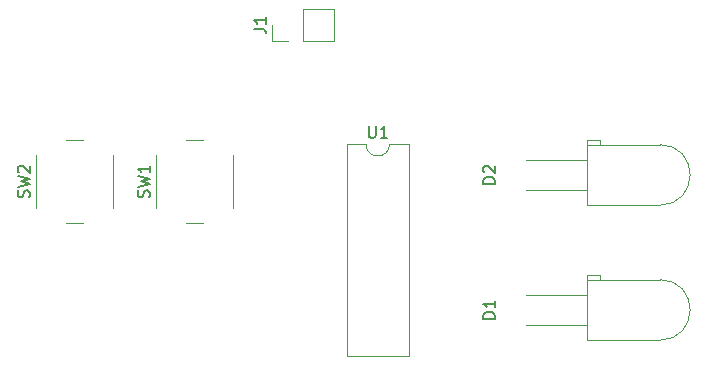
<source format=gbr>
G04 #@! TF.FileFunction,Legend,Top*
%FSLAX46Y46*%
G04 Gerber Fmt 4.6, Leading zero omitted, Abs format (unit mm)*
G04 Created by KiCad (PCBNEW 4.0.7) date 02/04/19 22:31:31*
%MOMM*%
%LPD*%
G01*
G04 APERTURE LIST*
%ADD10C,0.100000*%
%ADD11C,0.120000*%
%ADD12C,0.150000*%
G04 APERTURE END LIST*
D10*
D11*
X205490000Y-99040000D02*
G75*
G02X205490000Y-104160000I0J-2560000D01*
G01*
X199330000Y-104160000D02*
X205490000Y-104160000D01*
X199330000Y-99040000D02*
X205490000Y-99040000D01*
X199330000Y-104160000D02*
X199330000Y-99040000D01*
X199330000Y-98640000D02*
X200450000Y-98640000D01*
X200450000Y-98640000D02*
X200450000Y-99040000D01*
X200450000Y-99040000D02*
X199330000Y-99040000D01*
X199330000Y-99040000D02*
X199330000Y-98640000D01*
X194120000Y-102870000D02*
X199330000Y-102870000D01*
X199330000Y-102870000D02*
X199330000Y-102870000D01*
X199330000Y-102870000D02*
X194120000Y-102870000D01*
X194120000Y-102870000D02*
X194120000Y-102870000D01*
X194120000Y-100330000D02*
X199330000Y-100330000D01*
X199330000Y-100330000D02*
X199330000Y-100330000D01*
X199330000Y-100330000D02*
X194120000Y-100330000D01*
X194120000Y-100330000D02*
X194120000Y-100330000D01*
X205490000Y-87610000D02*
G75*
G02X205490000Y-92730000I0J-2560000D01*
G01*
X199330000Y-92730000D02*
X205490000Y-92730000D01*
X199330000Y-87610000D02*
X205490000Y-87610000D01*
X199330000Y-92730000D02*
X199330000Y-87610000D01*
X199330000Y-87210000D02*
X200450000Y-87210000D01*
X200450000Y-87210000D02*
X200450000Y-87610000D01*
X200450000Y-87610000D02*
X199330000Y-87610000D01*
X199330000Y-87610000D02*
X199330000Y-87210000D01*
X194120000Y-91440000D02*
X199330000Y-91440000D01*
X199330000Y-91440000D02*
X199330000Y-91440000D01*
X199330000Y-91440000D02*
X194120000Y-91440000D01*
X194120000Y-91440000D02*
X194120000Y-91440000D01*
X194120000Y-88900000D02*
X199330000Y-88900000D01*
X199330000Y-88900000D02*
X199330000Y-88900000D01*
X199330000Y-88900000D02*
X194120000Y-88900000D01*
X194120000Y-88900000D02*
X194120000Y-88900000D01*
X177860000Y-78800000D02*
X177860000Y-76140000D01*
X175260000Y-78800000D02*
X177860000Y-78800000D01*
X175260000Y-76140000D02*
X177860000Y-76140000D01*
X175260000Y-78800000D02*
X175260000Y-76140000D01*
X173990000Y-78800000D02*
X172660000Y-78800000D01*
X172660000Y-78800000D02*
X172660000Y-77470000D01*
X169330000Y-92980000D02*
X169330000Y-88480000D01*
X165330000Y-94230000D02*
X166830000Y-94230000D01*
X162830000Y-88480000D02*
X162830000Y-92980000D01*
X166830000Y-87230000D02*
X165330000Y-87230000D01*
X159170000Y-92980000D02*
X159170000Y-88480000D01*
X155170000Y-94230000D02*
X156670000Y-94230000D01*
X152670000Y-88480000D02*
X152670000Y-92980000D01*
X156670000Y-87230000D02*
X155170000Y-87230000D01*
X182610000Y-87570000D02*
G75*
G02X180610000Y-87570000I-1000000J0D01*
G01*
X180610000Y-87570000D02*
X178960000Y-87570000D01*
X178960000Y-87570000D02*
X178960000Y-105470000D01*
X178960000Y-105470000D02*
X184260000Y-105470000D01*
X184260000Y-105470000D02*
X184260000Y-87570000D01*
X184260000Y-87570000D02*
X182610000Y-87570000D01*
D12*
X191532381Y-102338095D02*
X190532381Y-102338095D01*
X190532381Y-102100000D01*
X190580000Y-101957142D01*
X190675238Y-101861904D01*
X190770476Y-101814285D01*
X190960952Y-101766666D01*
X191103810Y-101766666D01*
X191294286Y-101814285D01*
X191389524Y-101861904D01*
X191484762Y-101957142D01*
X191532381Y-102100000D01*
X191532381Y-102338095D01*
X191532381Y-100814285D02*
X191532381Y-101385714D01*
X191532381Y-101100000D02*
X190532381Y-101100000D01*
X190675238Y-101195238D01*
X190770476Y-101290476D01*
X190818095Y-101385714D01*
X191532381Y-90908095D02*
X190532381Y-90908095D01*
X190532381Y-90670000D01*
X190580000Y-90527142D01*
X190675238Y-90431904D01*
X190770476Y-90384285D01*
X190960952Y-90336666D01*
X191103810Y-90336666D01*
X191294286Y-90384285D01*
X191389524Y-90431904D01*
X191484762Y-90527142D01*
X191532381Y-90670000D01*
X191532381Y-90908095D01*
X190627619Y-89955714D02*
X190580000Y-89908095D01*
X190532381Y-89812857D01*
X190532381Y-89574761D01*
X190580000Y-89479523D01*
X190627619Y-89431904D01*
X190722857Y-89384285D01*
X190818095Y-89384285D01*
X190960952Y-89431904D01*
X191532381Y-90003333D01*
X191532381Y-89384285D01*
X171112381Y-77803333D02*
X171826667Y-77803333D01*
X171969524Y-77850953D01*
X172064762Y-77946191D01*
X172112381Y-78089048D01*
X172112381Y-78184286D01*
X172112381Y-76803333D02*
X172112381Y-77374762D01*
X172112381Y-77089048D02*
X171112381Y-77089048D01*
X171255238Y-77184286D01*
X171350476Y-77279524D01*
X171398095Y-77374762D01*
X162234762Y-92063333D02*
X162282381Y-91920476D01*
X162282381Y-91682380D01*
X162234762Y-91587142D01*
X162187143Y-91539523D01*
X162091905Y-91491904D01*
X161996667Y-91491904D01*
X161901429Y-91539523D01*
X161853810Y-91587142D01*
X161806190Y-91682380D01*
X161758571Y-91872857D01*
X161710952Y-91968095D01*
X161663333Y-92015714D01*
X161568095Y-92063333D01*
X161472857Y-92063333D01*
X161377619Y-92015714D01*
X161330000Y-91968095D01*
X161282381Y-91872857D01*
X161282381Y-91634761D01*
X161330000Y-91491904D01*
X161282381Y-91158571D02*
X162282381Y-90920476D01*
X161568095Y-90729999D01*
X162282381Y-90539523D01*
X161282381Y-90301428D01*
X162282381Y-89396666D02*
X162282381Y-89968095D01*
X162282381Y-89682381D02*
X161282381Y-89682381D01*
X161425238Y-89777619D01*
X161520476Y-89872857D01*
X161568095Y-89968095D01*
X152074762Y-92063333D02*
X152122381Y-91920476D01*
X152122381Y-91682380D01*
X152074762Y-91587142D01*
X152027143Y-91539523D01*
X151931905Y-91491904D01*
X151836667Y-91491904D01*
X151741429Y-91539523D01*
X151693810Y-91587142D01*
X151646190Y-91682380D01*
X151598571Y-91872857D01*
X151550952Y-91968095D01*
X151503333Y-92015714D01*
X151408095Y-92063333D01*
X151312857Y-92063333D01*
X151217619Y-92015714D01*
X151170000Y-91968095D01*
X151122381Y-91872857D01*
X151122381Y-91634761D01*
X151170000Y-91491904D01*
X151122381Y-91158571D02*
X152122381Y-90920476D01*
X151408095Y-90729999D01*
X152122381Y-90539523D01*
X151122381Y-90301428D01*
X151217619Y-89968095D02*
X151170000Y-89920476D01*
X151122381Y-89825238D01*
X151122381Y-89587142D01*
X151170000Y-89491904D01*
X151217619Y-89444285D01*
X151312857Y-89396666D01*
X151408095Y-89396666D01*
X151550952Y-89444285D01*
X152122381Y-90015714D01*
X152122381Y-89396666D01*
X180848095Y-86022381D02*
X180848095Y-86831905D01*
X180895714Y-86927143D01*
X180943333Y-86974762D01*
X181038571Y-87022381D01*
X181229048Y-87022381D01*
X181324286Y-86974762D01*
X181371905Y-86927143D01*
X181419524Y-86831905D01*
X181419524Y-86022381D01*
X182419524Y-87022381D02*
X181848095Y-87022381D01*
X182133809Y-87022381D02*
X182133809Y-86022381D01*
X182038571Y-86165238D01*
X181943333Y-86260476D01*
X181848095Y-86308095D01*
M02*

</source>
